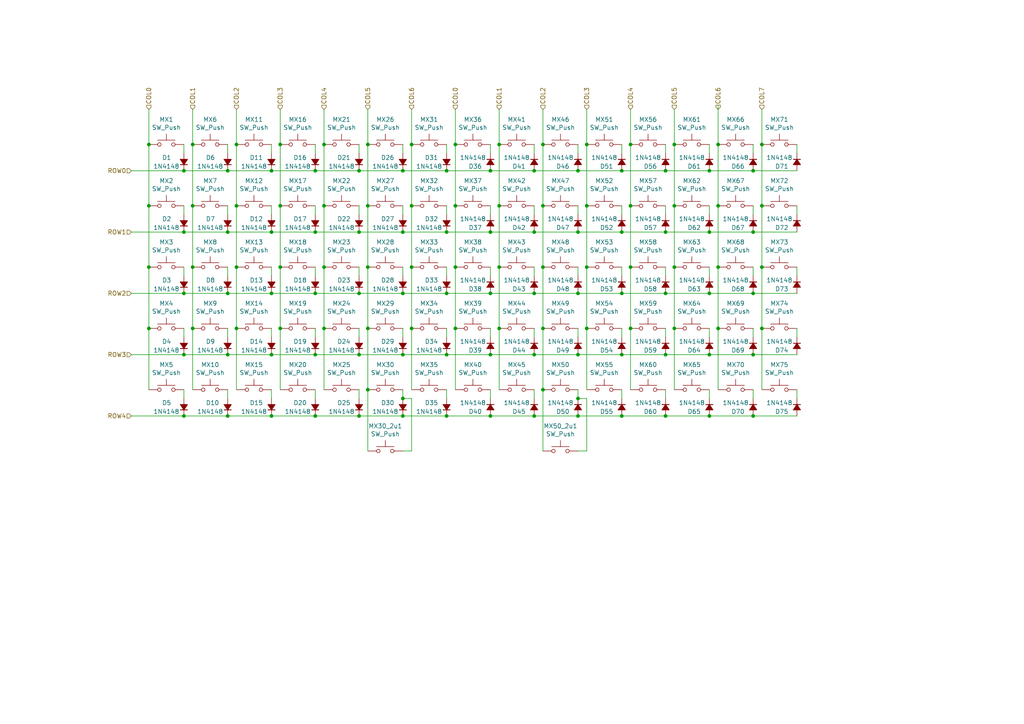
<source format=kicad_sch>
(kicad_sch (version 20250114) (generator "eeschema") (generator_version "9.0")
  (paper "A4")
  (junction (at 157.48 113.03))
  (junction (at 144.78 95.25))
  (junction (at 104.14 102.87))
  (junction (at 68.58 95.25))
  (junction (at 154.94 85.09))
  (junction (at 91.44 67.31))
  (junction (at 93.98 95.25))
  (junction (at 53.34 102.87))
  (junction (at 53.34 67.31))
  (junction (at 132.08 95.25))
  (junction (at 93.98 77.47))
  (junction (at 81.28 95.25))
  (junction (at 68.58 77.47))
  (junction (at 68.58 41.91))
  (junction (at 91.44 120.65))
  (junction (at 205.74 120.65))
  (junction (at 182.88 59.69))
  (junction (at 170.18 95.25))
  (junction (at 218.44 85.09))
  (junction (at 218.44 120.65))
  (junction (at 157.48 59.69))
  (junction (at 116.84 49.53))
  (junction (at 170.18 41.91))
  (junction (at 78.74 120.65))
  (junction (at 66.04 85.09))
  (junction (at 180.34 120.65))
  (junction (at 116.84 102.87))
  (junction (at 55.88 95.25))
  (junction (at 167.64 115.57))
  (junction (at 157.48 95.25))
  (junction (at 154.94 120.65))
  (junction (at 93.98 41.91))
  (junction (at 104.14 120.65))
  (junction (at 195.58 59.69))
  (junction (at 106.68 59.69))
  (junction (at 154.94 67.31))
  (junction (at 116.84 120.65))
  (junction (at 129.54 120.65))
  (junction (at 66.04 49.53))
  (junction (at 170.18 77.47))
  (junction (at 78.74 85.09))
  (junction (at 205.74 102.87))
  (junction (at 220.98 41.91))
  (junction (at 193.04 67.31))
  (junction (at 93.98 59.69))
  (junction (at 205.74 49.53))
  (junction (at 167.64 120.65))
  (junction (at 218.44 102.87))
  (junction (at 167.64 102.87))
  (junction (at 180.34 102.87))
  (junction (at 193.04 49.53))
  (junction (at 182.88 77.47))
  (junction (at 129.54 49.53))
  (junction (at 106.68 95.25))
  (junction (at 157.48 41.91))
  (junction (at 66.04 120.65))
  (junction (at 55.88 41.91))
  (junction (at 144.78 59.69))
  (junction (at 129.54 85.09))
  (junction (at 220.98 59.69))
  (junction (at 208.28 95.25))
  (junction (at 208.28 59.69))
  (junction (at 104.14 85.09))
  (junction (at 53.34 85.09))
  (junction (at 66.04 102.87))
  (junction (at 55.88 59.69))
  (junction (at 157.48 77.47))
  (junction (at 167.64 85.09))
  (junction (at 182.88 95.25))
  (junction (at 144.78 41.91))
  (junction (at 208.28 41.91))
  (junction (at 205.74 85.09))
  (junction (at 132.08 41.91))
  (junction (at 170.18 59.69))
  (junction (at 180.34 49.53))
  (junction (at 78.74 49.53))
  (junction (at 55.88 77.47))
  (junction (at 144.78 77.47))
  (junction (at 193.04 85.09))
  (junction (at 106.68 77.47))
  (junction (at 182.88 41.91))
  (junction (at 195.58 95.25))
  (junction (at 193.04 120.65))
  (junction (at 154.94 102.87))
  (junction (at 116.84 115.57))
  (junction (at 132.08 59.69))
  (junction (at 81.28 77.47))
  (junction (at 116.84 67.31))
  (junction (at 66.04 67.31))
  (junction (at 193.04 102.87))
  (junction (at 81.28 59.69))
  (junction (at 91.44 85.09))
  (junction (at 53.34 120.65))
  (junction (at 119.38 95.25))
  (junction (at 106.68 113.03))
  (junction (at 68.58 59.69))
  (junction (at 208.28 77.47))
  (junction (at 220.98 95.25))
  (junction (at 91.44 102.87))
  (junction (at 180.34 85.09))
  (junction (at 167.64 67.31))
  (junction (at 104.14 49.53))
  (junction (at 91.44 49.53))
  (junction (at 195.58 77.47))
  (junction (at 132.08 77.47))
  (junction (at 78.74 102.87))
  (junction (at 106.68 41.91))
  (junction (at 78.74 67.31))
  (junction (at 218.44 49.53))
  (junction (at 218.44 67.31))
  (junction (at 195.58 41.91))
  (junction (at 142.24 49.53))
  (junction (at 142.24 85.09))
  (junction (at 81.28 41.91))
  (junction (at 129.54 67.31))
  (junction (at 129.54 102.87))
  (junction (at 43.18 59.69))
  (junction (at 167.64 49.53))
  (junction (at 43.18 77.47))
  (junction (at 119.38 59.69))
  (junction (at 154.94 49.53))
  (junction (at 180.34 67.31))
  (junction (at 142.24 67.31))
  (junction (at 116.84 85.09))
  (junction (at 142.24 120.65))
  (junction (at 119.38 77.47))
  (junction (at 119.38 41.91))
  (junction (at 205.74 67.31))
  (junction (at 53.34 49.53))
  (junction (at 43.18 41.91))
  (junction (at 142.24 102.87))
  (junction (at 104.14 67.31))
  (junction (at 43.18 95.25))
  (junction (at 220.98 77.47))
  (wire (pts (xy 167.64 120.65) (xy 180.34 120.65)))
  (wire (pts (xy 91.44 102.87) (xy 104.14 102.87)))
  (wire (pts (xy 106.68 77.47) (xy 106.68 95.25)))
  (wire (pts (xy 231.14 77.47) (xy 231.14 80.01)))
  (wire (pts (xy 53.34 67.31) (xy 66.04 67.31)))
  (wire (pts (xy 218.44 59.69) (xy 218.44 62.23)))
  (wire (pts (xy 193.04 95.25) (xy 193.04 97.79)))
  (wire (pts (xy 180.34 49.53) (xy 193.04 49.53)))
  (wire (pts (xy 91.44 49.53) (xy 104.14 49.53)))
  (wire (pts (xy 68.58 31.75) (xy 68.58 41.91)))
  (wire (pts (xy 119.38 95.25) (xy 119.38 113.03)))
  (wire (pts (xy 157.48 41.91) (xy 157.48 59.69)))
  (wire (pts (xy 193.04 102.87) (xy 205.74 102.87)))
  (wire (pts (xy 38.1 67.31) (xy 53.34 67.31)))
  (wire (pts (xy 205.74 85.09) (xy 218.44 85.09)))
  (wire (pts (xy 218.44 120.65) (xy 231.14 120.65)))
  (wire (pts (xy 154.94 67.31) (xy 167.64 67.31)))
  (wire (pts (xy 205.74 49.53) (xy 218.44 49.53)))
  (wire (pts (xy 129.54 41.91) (xy 129.54 44.45)))
  (wire (pts (xy 144.78 31.75) (xy 144.78 41.91)))
  (wire (pts (xy 142.24 113.03) (xy 142.24 115.57)))
  (wire (pts (xy 218.44 85.09) (xy 231.14 85.09)))
  (wire (pts (xy 167.64 77.47) (xy 167.64 80.01)))
  (wire (pts (xy 66.04 85.09) (xy 78.74 85.09)))
  (wire (pts (xy 208.28 59.69) (xy 208.28 41.91)))
  (wire (pts (xy 116.84 120.65) (xy 129.54 120.65)))
  (wire (pts (xy 53.34 95.25) (xy 53.34 97.79)))
  (wire (pts (xy 106.68 95.25) (xy 106.68 113.03)))
  (wire (pts (xy 154.94 95.25) (xy 154.94 97.79)))
  (wire (pts (xy 78.74 102.87) (xy 91.44 102.87)))
  (wire (pts (xy 170.18 31.75) (xy 170.18 41.91)))
  (wire (pts (xy 53.34 113.03) (xy 53.34 115.57)))
  (wire (pts (xy 106.68 59.69) (xy 106.68 41.91)))
  (wire (pts (xy 55.88 77.47) (xy 55.88 95.25)))
  (wire (pts (xy 66.04 120.65) (xy 78.74 120.65)))
  (wire (pts (xy 53.34 41.91) (xy 53.34 44.45)))
  (wire (pts (xy 218.44 77.47) (xy 218.44 80.01)))
  (wire (pts (xy 129.54 49.53) (xy 142.24 49.53)))
  (wire (pts (xy 205.74 120.65) (xy 218.44 120.65)))
  (wire (pts (xy 43.18 31.75) (xy 43.18 41.91)))
  (wire (pts (xy 195.58 31.75) (xy 195.58 41.91)))
  (wire (pts (xy 180.34 113.03) (xy 180.34 115.57)))
  (wire (pts (xy 208.28 77.47) (xy 208.28 59.69)))
  (wire (pts (xy 195.58 59.69) (xy 195.58 41.91)))
  (wire (pts (xy 78.74 49.53) (xy 91.44 49.53)))
  (wire (pts (xy 104.14 59.69) (xy 104.14 62.23)))
  (wire (pts (xy 231.14 59.69) (xy 231.14 62.23)))
  (wire (pts (xy 116.84 85.09) (xy 129.54 85.09)))
  (wire (pts (xy 104.14 120.65) (xy 116.84 120.65)))
  (wire (pts (xy 231.14 95.25) (xy 231.14 97.79)))
  (wire (pts (xy 144.78 95.25) (xy 144.78 113.03)))
  (wire (pts (xy 180.34 41.91) (xy 180.34 44.45)))
  (wire (pts (xy 116.84 67.31) (xy 129.54 67.31)))
  (wire (pts (xy 167.64 85.09) (xy 180.34 85.09)))
  (wire (pts (xy 231.14 113.03) (xy 231.14 115.57)))
  (wire (pts (xy 81.28 77.47) (xy 81.28 95.25)))
  (wire (pts (xy 142.24 102.87) (xy 154.94 102.87)))
  (wire (pts (xy 205.74 59.69) (xy 205.74 62.23)))
  (wire (pts (xy 78.74 41.91) (xy 78.74 44.45)))
  (wire (pts (xy 116.84 49.53) (xy 129.54 49.53)))
  (wire (pts (xy 116.84 41.91) (xy 116.84 44.45)))
  (wire (pts (xy 182.88 59.69) (xy 182.88 41.91)))
  (wire (pts (xy 167.64 102.87) (xy 180.34 102.87)))
  (wire (pts (xy 129.54 85.09) (xy 142.24 85.09)))
  (wire (pts (xy 132.08 77.47) (xy 132.08 59.69)))
  (wire (pts (xy 55.88 95.25) (xy 55.88 113.03)))
  (wire (pts (xy 66.04 77.47) (xy 66.04 80.01)))
  (wire (pts (xy 220.98 77.47) (xy 220.98 59.69)))
  (wire (pts (xy 142.24 49.53) (xy 154.94 49.53)))
  (wire (pts (xy 93.98 77.47) (xy 93.98 59.69)))
  (wire (pts (xy 78.74 85.09) (xy 91.44 85.09)))
  (wire (pts (xy 157.48 95.25) (xy 157.48 113.03)))
  (wire (pts (xy 104.14 67.31) (xy 116.84 67.31)))
  (wire (pts (xy 154.94 49.53) (xy 167.64 49.53)))
  (wire (pts (xy 170.18 95.25) (xy 170.18 113.03)))
  (wire (pts (xy 43.18 77.47) (xy 43.18 95.25)))
  (wire (pts (xy 167.64 113.03) (xy 167.64 115.57)))
  (wire (pts (xy 208.28 95.25) (xy 208.28 113.03)))
  (wire (pts (xy 66.04 41.91) (xy 66.04 44.45)))
  (wire (pts (xy 55.88 77.47) (xy 55.88 59.69)))
  (wire (pts (xy 132.08 95.25) (xy 132.08 113.03)))
  (wire (pts (xy 116.84 130.81) (xy 119.38 130.81)))
  (wire (pts (xy 119.38 77.47) (xy 119.38 95.25)))
  (wire (pts (xy 38.1 120.65) (xy 53.34 120.65)))
  (wire (pts (xy 193.04 120.65) (xy 205.74 120.65)))
  (wire (pts (xy 53.34 102.87) (xy 66.04 102.87)))
  (wire (pts (xy 142.24 85.09) (xy 154.94 85.09)))
  (wire (pts (xy 154.94 113.03) (xy 154.94 115.57)))
  (wire (pts (xy 38.1 102.87) (xy 53.34 102.87)))
  (wire (pts (xy 205.74 95.25) (xy 205.74 97.79)))
  (wire (pts (xy 157.48 113.03) (xy 157.48 130.81)))
  (wire (pts (xy 104.14 49.53) (xy 116.84 49.53)))
  (wire (pts (xy 68.58 77.47) (xy 68.58 95.25)))
  (wire (pts (xy 180.34 77.47) (xy 180.34 80.01)))
  (wire (pts (xy 119.38 77.47) (xy 119.38 59.69)))
  (wire (pts (xy 208.28 30.48) (xy 208.28 41.91)))
  (wire (pts (xy 218.44 102.87) (xy 231.14 102.87)))
  (wire (pts (xy 193.04 41.91) (xy 193.04 44.45)))
  (wire (pts (xy 106.68 77.47) (xy 106.68 59.69)))
  (wire (pts (xy 68.58 41.91) (xy 68.58 59.69)))
  (wire (pts (xy 119.38 130.81) (xy 119.38 115.57)))
  (wire (pts (xy 170.18 77.47) (xy 170.18 95.25)))
  (wire (pts (xy 43.18 77.47) (xy 43.18 59.69)))
  (wire (pts (xy 38.1 85.09) (xy 53.34 85.09)))
  (wire (pts (xy 104.14 95.25) (xy 104.14 97.79)))
  (wire (pts (xy 154.94 77.47) (xy 154.94 80.01)))
  (wire (pts (xy 144.78 59.69) (xy 144.78 77.47)))
  (wire (pts (xy 116.84 95.25) (xy 116.84 97.79)))
  (wire (pts (xy 81.28 77.47) (xy 81.28 59.69)))
  (wire (pts (xy 144.78 41.91) (xy 144.78 59.69)))
  (wire (pts (xy 142.24 59.69) (xy 142.24 62.23)))
  (wire (pts (xy 78.74 113.03) (xy 78.74 115.57)))
  (wire (pts (xy 38.1 49.53) (xy 53.34 49.53)))
  (wire (pts (xy 142.24 120.65) (xy 154.94 120.65)))
  (wire (pts (xy 93.98 95.25) (xy 93.98 113.03)))
  (wire (pts (xy 129.54 113.03) (xy 129.54 115.57)))
  (wire (pts (xy 154.94 59.69) (xy 154.94 62.23)))
  (wire (pts (xy 154.94 120.65) (xy 167.64 120.65)))
  (wire (pts (xy 93.98 31.75) (xy 93.98 41.91)))
  (wire (pts (xy 142.24 41.91) (xy 142.24 44.45)))
  (wire (pts (xy 220.98 77.47) (xy 220.98 95.25)))
  (wire (pts (xy 53.34 85.09) (xy 66.04 85.09)))
  (wire (pts (xy 106.68 31.75) (xy 106.68 41.91)))
  (wire (pts (xy 144.78 77.47) (xy 144.78 95.25)))
  (wire (pts (xy 91.44 77.47) (xy 91.44 80.01)))
  (wire (pts (xy 182.88 95.25) (xy 182.88 113.03)))
  (wire (pts (xy 170.18 59.69) (xy 170.18 41.91)))
  (wire (pts (xy 66.04 102.87) (xy 78.74 102.87)))
  (wire (pts (xy 142.24 77.47) (xy 142.24 80.01)))
  (wire (pts (xy 116.84 113.03) (xy 116.84 115.57)))
  (wire (pts (xy 91.44 95.25) (xy 91.44 97.79)))
  (wire (pts (xy 116.84 59.69) (xy 116.84 62.23)))
  (wire (pts (xy 218.44 95.25) (xy 218.44 97.79)))
  (wire (pts (xy 91.44 59.69) (xy 91.44 62.23)))
  (wire (pts (xy 53.34 120.65) (xy 66.04 120.65)))
  (wire (pts (xy 182.88 31.75) (xy 182.88 41.91)))
  (wire (pts (xy 205.74 41.91) (xy 205.74 44.45)))
  (wire (pts (xy 104.14 41.91) (xy 104.14 44.45)))
  (wire (pts (xy 68.58 95.25) (xy 68.58 113.03)))
  (wire (pts (xy 193.04 113.03) (xy 193.04 115.57)))
  (wire (pts (xy 180.34 85.09) (xy 193.04 85.09)))
  (wire (pts (xy 205.74 102.87) (xy 218.44 102.87)))
  (wire (pts (xy 157.48 59.69) (xy 157.48 77.47)))
  (wire (pts (xy 91.44 120.65) (xy 104.14 120.65)))
  (wire (pts (xy 66.04 95.25) (xy 66.04 97.79)))
  (wire (pts (xy 66.04 49.53) (xy 78.74 49.53)))
  (wire (pts (xy 91.44 41.91) (xy 91.44 44.45)))
  (wire (pts (xy 53.34 49.53) (xy 66.04 49.53)))
  (wire (pts (xy 154.94 85.09) (xy 167.64 85.09)))
  (wire (pts (xy 193.04 59.69) (xy 193.04 62.23)))
  (wire (pts (xy 167.64 49.53) (xy 180.34 49.53)))
  (wire (pts (xy 91.44 67.31) (xy 104.14 67.31)))
  (wire (pts (xy 170.18 115.57) (xy 167.64 115.57)))
  (wire (pts (xy 78.74 95.25) (xy 78.74 97.79)))
  (wire (pts (xy 81.28 59.69) (xy 81.28 41.91)))
  (wire (pts (xy 182.88 77.47) (xy 182.88 95.25)))
  (wire (pts (xy 116.84 115.57) (xy 119.38 115.57)))
  (wire (pts (xy 170.18 77.47) (xy 170.18 59.69)))
  (wire (pts (xy 81.28 95.25) (xy 81.28 113.03)))
  (wire (pts (xy 129.54 95.25) (xy 129.54 97.79)))
  (wire (pts (xy 68.58 77.47) (xy 68.58 59.69)))
  (wire (pts (xy 193.04 67.31) (xy 205.74 67.31)))
  (wire (pts (xy 142.24 95.25) (xy 142.24 97.79)))
  (wire (pts (xy 66.04 67.31) (xy 78.74 67.31)))
  (wire (pts (xy 180.34 67.31) (xy 193.04 67.31)))
  (wire (pts (xy 167.64 41.91) (xy 167.64 44.45)))
  (wire (pts (xy 180.34 102.87) (xy 193.04 102.87)))
  (wire (pts (xy 205.74 113.03) (xy 205.74 115.57)))
  (wire (pts (xy 193.04 85.09) (xy 205.74 85.09)))
  (wire (pts (xy 78.74 120.65) (xy 91.44 120.65)))
  (wire (pts (xy 132.08 77.47) (xy 132.08 95.25)))
  (wire (pts (xy 154.94 102.87) (xy 167.64 102.87)))
  (wire (pts (xy 205.74 77.47) (xy 205.74 80.01)))
  (wire (pts (xy 104.14 102.87) (xy 116.84 102.87)))
  (wire (pts (xy 106.68 113.03) (xy 106.68 130.81)))
  (wire (pts (xy 218.44 67.31) (xy 231.14 67.31)))
  (wire (pts (xy 93.98 77.47) (xy 93.98 95.25)))
  (wire (pts (xy 193.04 77.47) (xy 193.04 80.01)))
  (wire (pts (xy 66.04 59.69) (xy 66.04 62.23)))
  (wire (pts (xy 167.64 59.69) (xy 167.64 62.23)))
  (wire (pts (xy 208.28 77.47) (xy 208.28 95.25)))
  (wire (pts (xy 195.58 77.47) (xy 195.58 95.25)))
  (wire (pts (xy 218.44 113.03) (xy 218.44 115.57)))
  (wire (pts (xy 116.84 102.87) (xy 129.54 102.87)))
  (wire (pts (xy 53.34 77.47) (xy 53.34 80.01)))
  (wire (pts (xy 167.64 95.25) (xy 167.64 97.79)))
  (wire (pts (xy 231.14 41.91) (xy 231.14 44.45)))
  (wire (pts (xy 132.08 31.75) (xy 132.08 41.91)))
  (wire (pts (xy 180.34 59.69) (xy 180.34 62.23)))
  (wire (pts (xy 220.98 59.69) (xy 220.98 41.91)))
  (wire (pts (xy 104.14 77.47) (xy 104.14 80.01)))
  (wire (pts (xy 170.18 130.81) (xy 170.18 115.57)))
  (wire (pts (xy 218.44 41.91) (xy 218.44 44.45)))
  (wire (pts (xy 129.54 120.65) (xy 142.24 120.65)))
  (wire (pts (xy 205.74 67.31) (xy 218.44 67.31)))
  (wire (pts (xy 157.48 31.75) (xy 157.48 41.91)))
  (wire (pts (xy 78.74 67.31) (xy 91.44 67.31)))
  (wire (pts (xy 78.74 59.69) (xy 78.74 62.23)))
  (wire (pts (xy 129.54 59.69) (xy 129.54 62.23)))
  (wire (pts (xy 167.64 130.81) (xy 170.18 130.81)))
  (wire (pts (xy 154.94 41.91) (xy 154.94 44.45)))
  (wire (pts (xy 220.98 95.25) (xy 220.98 113.03)))
  (wire (pts (xy 182.88 77.47) (xy 182.88 59.69)))
  (wire (pts (xy 129.54 77.47) (xy 129.54 80.01)))
  (wire (pts (xy 93.98 59.69) (xy 93.98 41.91)))
  (wire (pts (xy 91.44 85.09) (xy 104.14 85.09)))
  (wire (pts (xy 180.34 120.65) (xy 193.04 120.65)))
  (wire (pts (xy 53.34 59.69) (xy 53.34 62.23)))
  (wire (pts (xy 66.04 113.03) (xy 66.04 115.57)))
  (wire (pts (xy 116.84 77.47) (xy 116.84 80.01)))
  (wire (pts (xy 78.74 77.47) (xy 78.74 80.01)))
  (wire (pts (xy 55.88 59.69) (xy 55.88 41.91)))
  (wire (pts (xy 129.54 67.31) (xy 142.24 67.31)))
  (wire (pts (xy 193.04 49.53) (xy 205.74 49.53)))
  (wire (pts (xy 104.14 85.09) (xy 116.84 85.09)))
  (wire (pts (xy 180.34 95.25) (xy 180.34 97.79)))
  (wire (pts (xy 119.38 31.75) (xy 119.38 41.91)))
  (wire (pts (xy 129.54 102.87) (xy 142.24 102.87)))
  (wire (pts (xy 218.44 49.53) (xy 231.14 49.53)))
  (wire (pts (xy 220.98 31.75) (xy 220.98 41.91)))
  (wire (pts (xy 43.18 95.25) (xy 43.18 113.03)))
  (wire (pts (xy 195.58 95.25) (xy 195.58 113.03)))
  (wire (pts (xy 55.88 31.75) (xy 55.88 41.91)))
  (wire (pts (xy 91.44 113.03) (xy 91.44 115.57)))
  (wire (pts (xy 142.24 67.31) (xy 154.94 67.31)))
  (wire (pts (xy 167.64 67.31) (xy 180.34 67.31)))
  (wire (pts (xy 157.48 77.47) (xy 157.48 95.25)))
  (wire (pts (xy 119.38 59.69) (xy 119.38 41.91)))
  (wire (pts (xy 104.14 113.03) (xy 104.14 115.57)))
  (wire (pts (xy 43.18 59.69) (xy 43.18 41.91)))
  (wire (pts (xy 132.08 41.91) (xy 132.08 59.69)))
  (wire (pts (xy 195.58 77.47) (xy 195.58 59.69)))
  (wire (pts (xy 81.28 31.75) (xy 81.28 41.91)))
  (hierarchical_label "COL5" (shape input) (at 106.68 31.75 90))
  (hierarchical_label "COL2" (shape input) (at 68.58 31.75 90))
  (hierarchical_label "COL3" (shape input) (at 81.28 31.75 90))
  (hierarchical_label "ROW3" (shape input) (at 38.1 102.87 180))
  (hierarchical_label "COL0" (shape input) (at 132.08 31.75 90))
  (hierarchical_label "COL2" (shape input) (at 157.48 31.75 90))
  (hierarchical_label "ROW2" (shape input) (at 38.1 85.09 180))
  (hierarchical_label "ROW0" (shape input) (at 38.1 49.53 180))
  (hierarchical_label "COL3" (shape input) (at 170.18 31.75 90))
  (hierarchical_label "COL4" (shape input) (at 182.88 31.75 90))
  (hierarchical_label "COL1" (shape input) (at 55.88 31.75 90))
  (hierarchical_label "COL6" (shape input) (at 119.38 31.75 90))
  (hierarchical_label "COL4" (shape input) (at 93.98 31.75 90))
  (hierarchical_label "ROW1" (shape input) (at 38.1 67.31 180))
  (hierarchical_label "COL0" (shape input) (at 43.18 31.75 90))
  (hierarchical_label "COL6" (shape input) (at 208.28 31.75 90))
  (hierarchical_label "COL7" (shape input) (at 220.98 31.75 90))
  (hierarchical_label "COL5" (shape input) (at 195.58 31.75 90))
  (hierarchical_label "COL1" (shape input) (at 144.78 31.75 90))
  (hierarchical_label "ROW4" (shape input) (at 38.1 120.65 180))
  (symbol (lib_id "Switch:SW_Push") (at 86.36 77.47 0) (mirror y) (unit 1)
    (property "Reference" "MX18" (at 86.36 70.231 0))
    (property "Value" "SW_Push" (at 86.36 72.5424 0))
    (property "Footprint" "Orthgyle:MX" (effects (hide yes)))
  )
  (symbol (lib_id "Device:D_Small_Filled") (at 129.54 64.77 270) (mirror x) (unit 1)
    (property "Reference" "D32" (at 123.19 63.5 90) (effects (justify left)))
    (property "Value" "1N4148" (at 120.65 66.04 90) (effects (justify left)))
    (property "Footprint" "Diode_THT:D_DO-35_SOD27_P7.62mm_Horizontal" (effects (hide yes)))
    (property "Description" "Diode, small symbol, filled shape" (effects (hide yes)))
    (property "Sim.Device" "D" (effects (hide yes)))
    (property "Sim.Pins" "1=K 2=A" (effects (hide yes)))
  )
  (symbol (lib_id "Switch:SW_Push") (at 149.86 41.91 0) (mirror y) (unit 1)
    (property "Reference" "MX41" (at 149.86 34.671 0))
    (property "Value" "SW_Push" (at 149.86 36.9824 0))
    (property "Footprint" "Orthgyle:MX" (effects (hide yes)))
  )
  (symbol (lib_id "Device:D_Small_Filled") (at 78.74 64.77 270) (mirror x) (unit 1)
    (property "Reference" "D12" (at 72.39 63.5 90) (effects (justify left)))
    (property "Value" "1N4148" (at 69.85 66.04 90) (effects (justify left)))
    (property "Footprint" "Diode_THT:D_DO-35_SOD27_P7.62mm_Horizontal" (effects (hide yes)))
    (property "Description" "Diode, small symbol, filled shape" (effects (hide yes)))
    (property "Sim.Device" "D" (effects (hide yes)))
    (property "Sim.Pins" "1=K 2=A" (effects (hide yes)))
  )
  (symbol (lib_id "Switch:SW_Push") (at 111.76 77.47 0) (mirror y) (unit 1)
    (property "Reference" "MX28" (at 111.76 70.231 0))
    (property "Value" "SW_Push" (at 111.76 72.5424 0))
    (property "Footprint" "Orthgyle:MX" (effects (hide yes)))
  )
  (symbol (lib_id "Device:D_Small_Filled") (at 205.74 118.11 270) (unit 1)
    (property "Reference" "D65" (at 199.39 119.38 90) (effects (justify left)))
    (property "Value" "1N4148" (at 196.85 116.84 90) (effects (justify left)))
    (property "Footprint" "Diode_THT:D_DO-35_SOD27_P7.62mm_Horizontal" (effects (hide yes)))
    (property "Description" "Diode, small symbol, filled shape" (effects (hide yes)))
    (property "Sim.Device" "D" (effects (hide yes)))
    (property "Sim.Pins" "1=K 2=A" (effects (hide yes)))
  )
  (symbol (lib_id "Device:D_Small_Filled") (at 116.84 64.77 270) (mirror x) (unit 1)
    (property "Reference" "D27" (at 110.49 63.5 90) (effects (justify left)))
    (property "Value" "1N4148" (at 107.95 66.04 90) (effects (justify left)))
    (property "Footprint" "Diode_THT:D_DO-35_SOD27_P7.62mm_Horizontal" (effects (hide yes)))
    (property "Description" "Diode, small symbol, filled shape" (effects (hide yes)))
    (property "Sim.Device" "D" (effects (hide yes)))
    (property "Sim.Pins" "1=K 2=A" (effects (hide yes)))
  )
  (symbol (lib_id "Switch:SW_Push") (at 162.56 130.81 0) (mirror y) (unit 1)
    (property "Reference" "MX50_2u1" (at 162.56 123.571 0))
    (property "Value" "SW_Push" (at 162.56 125.8824 0))
    (property "Footprint" "Orthgyle:MX_PCB_200H" (effects (hide yes)))
  )
  (symbol (lib_id "Device:D_Small_Filled") (at 142.24 64.77 270) (unit 1)
    (property "Reference" "D37" (at 135.89 66.04 90) (effects (justify left)))
    (property "Value" "1N4148" (at 133.35 63.5 90) (effects (justify left)))
    (property "Footprint" "Diode_THT:D_DO-35_SOD27_P7.62mm_Horizontal" (effects (hide yes)))
    (property "Description" "Diode, small symbol, filled shape" (effects (hide yes)))
    (property "Sim.Device" "D" (effects (hide yes)))
    (property "Sim.Pins" "1=K 2=A" (effects (hide yes)))
  )
  (symbol (lib_id "Device:D_Small_Filled") (at 205.74 82.55 270) (unit 1)
    (property "Reference" "D63" (at 199.39 83.82 90) (effects (justify left)))
    (property "Value" "1N4148" (at 196.85 81.28 90) (effects (justify left)))
    (property "Footprint" "Diode_THT:D_DO-35_SOD27_P7.62mm_Horizontal" (effects (hide yes)))
    (property "Description" "Diode, small symbol, filled shape" (effects (hide yes)))
    (property "Sim.Device" "D" (effects (hide yes)))
    (property "Sim.Pins" "1=K 2=A" (effects (hide yes)))
  )
  (symbol (lib_id "Device:D_Small_Filled") (at 78.74 100.33 270) (mirror x) (unit 1)
    (property "Reference" "D14" (at 72.39 99.06 90) (effects (justify left)))
    (property "Value" "1N4148" (at 69.85 101.6 90) (effects (justify left)))
    (property "Footprint" "Diode_THT:D_DO-35_SOD27_P7.62mm_Horizontal" (effects (hide yes)))
    (property "Description" "Diode, small symbol, filled shape" (effects (hide yes)))
    (property "Sim.Device" "D" (effects (hide yes)))
    (property "Sim.Pins" "1=K 2=A" (effects (hide yes)))
  )
  (symbol (lib_id "Device:D_Small_Filled") (at 231.14 82.55 270) (unit 1)
    (property "Reference" "D73" (at 224.79 83.82 90) (effects (justify left)))
    (property "Value" "1N4148" (at 222.25 81.28 90) (effects (justify left)))
    (property "Footprint" "Diode_THT:D_DO-35_SOD27_P7.62mm_Horizontal" (effects (hide yes)))
    (property "Description" "Diode, small symbol, filled shape" (effects (hide yes)))
    (property "Sim.Device" "D" (effects (hide yes)))
    (property "Sim.Pins" "1=K 2=A" (effects (hide yes)))
  )
  (symbol (lib_id "Device:D_Small_Filled") (at 180.34 46.99 270) (unit 1)
    (property "Reference" "D51" (at 173.99 48.26 90) (effects (justify left)))
    (property "Value" "1N4148" (at 171.45 45.72 90) (effects (justify left)))
    (property "Footprint" "Diode_THT:D_DO-35_SOD27_P7.62mm_Horizontal" (effects (hide yes)))
    (property "Description" "Diode, small symbol, filled shape" (effects (hide yes)))
    (property "Sim.Device" "D" (effects (hide yes)))
    (property "Sim.Pins" "1=K 2=A" (effects (hide yes)))
  )
  (symbol (lib_id "Switch:SW_Push") (at 111.76 130.81 0) (mirror y) (unit 1)
    (property "Reference" "MX30_2u1" (at 111.76 123.571 0))
    (property "Value" "SW_Push" (at 111.76 125.8824 0))
    (property "Footprint" "Orthgyle:MX_PCB_200H" (effects (hide yes)))
  )
  (symbol (lib_id "Device:D_Small_Filled") (at 91.44 100.33 270) (mirror x) (unit 1)
    (property "Reference" "D19" (at 85.09 99.06 90) (effects (justify left)))
    (property "Value" "1N4148" (at 82.55 101.6 90) (effects (justify left)))
    (property "Footprint" "Diode_THT:D_DO-35_SOD27_P7.62mm_Horizontal" (effects (hide yes)))
    (property "Description" "Diode, small symbol, filled shape" (effects (hide yes)))
    (property "Sim.Device" "D" (effects (hide yes)))
    (property "Sim.Pins" "1=K 2=A" (effects (hide yes)))
  )
  (symbol (lib_id "Switch:SW_Push") (at 48.26 113.03 0) (mirror y) (unit 1)
    (property "Reference" "MX5" (at 48.26 105.791 0))
    (property "Value" "SW_Push" (at 48.26 108.1024 0))
    (property "Footprint" "Orthgyle:MX" (effects (hide yes)))
  )
  (symbol (lib_id "Device:D_Small_Filled") (at 78.74 118.11 270) (mirror x) (unit 1)
    (property "Reference" "D15" (at 72.39 116.84 90) (effects (justify left)))
    (property "Value" "1N4148" (at 69.85 119.38 90) (effects (justify left)))
    (property "Footprint" "Diode_THT:D_DO-35_SOD27_P7.62mm_Horizontal" (effects (hide yes)))
    (property "Description" "Diode, small symbol, filled shape" (effects (hide yes)))
    (property "Sim.Device" "D" (effects (hide yes)))
    (property "Sim.Pins" "1=K 2=A" (effects (hide yes)))
  )
  (symbol (lib_id "Switch:SW_Push") (at 73.66 95.25 0) (mirror y) (unit 1)
    (property "Reference" "MX14" (at 73.66 88.011 0))
    (property "Value" "SW_Push" (at 73.66 90.3224 0))
    (property "Footprint" "Orthgyle:MX" (effects (hide yes)))
  )
  (symbol (lib_id "Device:D_Small_Filled") (at 116.84 118.11 270) (mirror x) (unit 1)
    (property "Reference" "D30" (at 110.49 116.84 90) (effects (justify left)))
    (property "Value" "1N4148" (at 107.95 119.38 90) (effects (justify left)))
    (property "Footprint" "Diode_THT:D_DO-35_SOD27_P7.62mm_Horizontal" (effects (hide yes)))
    (property "Description" "Diode, small symbol, filled shape" (effects (hide yes)))
    (property "Sim.Device" "D" (effects (hide yes)))
    (property "Sim.Pins" "1=K 2=A" (effects (hide yes)))
  )
  (symbol (lib_id "Switch:SW_Push") (at 137.16 95.25 0) (mirror y) (unit 1)
    (property "Reference" "MX39" (at 137.16 88.011 0))
    (property "Value" "SW_Push" (at 137.16 90.3224 0))
    (property "Footprint" "Orthgyle:MX" (effects (hide yes)))
  )
  (symbol (lib_id "Switch:SW_Push") (at 86.36 113.03 0) (mirror y) (unit 1)
    (property "Reference" "MX20" (at 86.36 105.791 0))
    (property "Value" "SW_Push" (at 86.36 108.1024 0))
    (property "Footprint" "Orthgyle:MX" (effects (hide yes)))
  )
  (symbol (lib_id "Switch:SW_Push") (at 124.46 113.03 0) (mirror y) (unit 1)
    (property "Reference" "MX35" (at 124.46 105.791 0))
    (property "Value" "SW_Push" (at 124.46 108.1024 0))
    (property "Footprint" "Orthgyle:MX" (effects (hide yes)))
  )
  (symbol (lib_id "Switch:SW_Push") (at 73.66 77.47 0) (mirror y) (unit 1)
    (property "Reference" "MX13" (at 73.66 70.231 0))
    (property "Value" "SW_Push" (at 73.66 72.5424 0))
    (property "Footprint" "Orthgyle:MX" (effects (hide yes)))
  )
  (symbol (lib_id "Device:D_Small_Filled") (at 142.24 118.11 270) (unit 1)
    (property "Reference" "D40" (at 135.89 119.38 90) (effects (justify left)))
    (property "Value" "1N4148" (at 133.35 116.84 90) (effects (justify left)))
    (property "Footprint" "Diode_THT:D_DO-35_SOD27_P7.62mm_Horizontal" (effects (hide yes)))
    (property "Description" "Diode, small symbol, filled shape" (effects (hide yes)))
    (property "Sim.Device" "D" (effects (hide yes)))
    (property "Sim.Pins" "1=K 2=A" (effects (hide yes)))
  )
  (symbol (lib_id "Switch:SW_Push") (at 175.26 113.03 0) (mirror y) (unit 1)
    (property "Reference" "MX55" (at 175.26 105.791 0))
    (property "Value" "SW_Push" (at 175.26 108.1024 0))
    (property "Footprint" "Orthgyle:MX" (effects (hide yes)))
  )
  (symbol (lib_id "Switch:SW_Push") (at 124.46 95.25 0) (mirror y) (unit 1)
    (property "Reference" "MX34" (at 124.46 88.011 0))
    (property "Value" "SW_Push" (at 124.46 90.3224 0))
    (property "Footprint" "Orthgyle:MX" (effects (hide yes)))
  )
  (symbol (lib_id "Switch:SW_Push") (at 162.56 77.47 0) (mirror y) (unit 1)
    (property "Reference" "MX48" (at 162.56 70.231 0))
    (property "Value" "SW_Push" (at 162.56 72.5424 0))
    (property "Footprint" "Orthgyle:MX" (effects (hide yes)))
  )
  (symbol (lib_id "Switch:SW_Push") (at 99.06 113.03 0) (mirror y) (unit 1)
    (property "Reference" "MX25" (at 99.06 105.791 0))
    (property "Value" "SW_Push" (at 99.06 108.1024 0))
    (property "Footprint" "Orthgyle:MX" (effects (hide yes)))
  )
  (symbol (lib_id "Device:D_Small_Filled") (at 218.44 82.55 270) (unit 1)
    (property "Reference" "D68" (at 212.09 83.82 90) (effects (justify left)))
    (property "Value" "1N4148" (at 209.55 81.28 90) (effects (justify left)))
    (property "Footprint" "Diode_THT:D_DO-35_SOD27_P7.62mm_Horizontal" (effects (hide yes)))
    (property "Description" "Diode, small symbol, filled shape" (effects (hide yes)))
    (property "Sim.Device" "D" (effects (hide yes)))
    (property "Sim.Pins" "1=K 2=A" (effects (hide yes)))
  )
  (symbol (lib_id "Switch:SW_Push") (at 73.66 59.69 0) (mirror y) (unit 1)
    (property "Reference" "MX12" (at 73.66 52.451 0))
    (property "Value" "SW_Push" (at 73.66 54.7624 0))
    (property "Footprint" "Orthgyle:MX" (effects (hide yes)))
  )
  (symbol (lib_id "Switch:SW_Push") (at 86.36 41.91 0) (mirror y) (unit 1)
    (property "Reference" "MX16" (at 86.36 34.671 0))
    (property "Value" "SW_Push" (at 86.36 36.9824 0))
    (property "Footprint" "Orthgyle:MX" (effects (hide yes)))
  )
  (symbol (lib_id "Device:D_Small_Filled") (at 142.24 82.55 270) (unit 1)
    (property "Reference" "D38" (at 135.89 83.82 90) (effects (justify left)))
    (property "Value" "1N4148" (at 133.35 81.28 90) (effects (justify left)))
    (property "Footprint" "Diode_THT:D_DO-35_SOD27_P7.62mm_Horizontal" (effects (hide yes)))
    (property "Description" "Diode, small symbol, filled shape" (effects (hide yes)))
    (property "Sim.Device" "D" (effects (hide yes)))
    (property "Sim.Pins" "1=K 2=A" (effects (hide yes)))
  )
  (symbol (lib_id "Switch:SW_Push") (at 124.46 59.69 0) (mirror y) (unit 1)
    (property "Reference" "MX32" (at 124.46 52.451 0))
    (property "Value" "SW_Push" (at 124.46 54.7624 0))
    (property "Footprint" "Orthgyle:MX" (effects (hide yes)))
  )
  (symbol (lib_id "Device:D_Small_Filled") (at 104.14 46.99 270) (mirror x) (unit 1)
    (property "Reference" "D21" (at 97.79 45.72 90) (effects (justify left)))
    (property "Value" "1N4148" (at 95.25 48.26 90) (effects (justify left)))
    (property "Footprint" "Diode_THT:D_DO-35_SOD27_P7.62mm_Horizontal" (effects (hide yes)))
    (property "Description" "Diode, small symbol, filled shape" (effects (hide yes)))
    (property "Sim.Device" "D" (effects (hide yes)))
    (property "Sim.Pins" "1=K 2=A" (effects (hide yes)))
  )
  (symbol (lib_id "Device:D_Small_Filled") (at 66.04 82.55 270) (mirror x) (unit 1)
    (property "Reference" "D8" (at 59.69 81.28 90) (effects (justify left)))
    (property "Value" "1N4148" (at 57.15 83.82 90) (effects (justify left)))
    (property "Footprint" "Diode_THT:D_DO-35_SOD27_P7.62mm_Horizontal" (effects (hide yes)))
    (property "Description" "Diode, small symbol, filled shape" (effects (hide yes)))
    (property "Sim.Device" "D" (effects (hide yes)))
    (property "Sim.Pins" "1=K 2=A" (effects (hide yes)))
  )
  (symbol (lib_id "Device:D_Small_Filled") (at 205.74 46.99 270) (unit 1)
    (property "Reference" "D61" (at 199.39 48.26 90) (effects (justify left)))
    (property "Value" "1N4148" (at 196.85 45.72 90) (effects (justify left)))
    (property "Footprint" "Diode_THT:D_DO-35_SOD27_P7.62mm_Horizontal" (effects (hide yes)))
    (property "Description" "Diode, small symbol, filled shape" (effects (hide yes)))
    (property "Sim.Device" "D" (effects (hide yes)))
    (property "Sim.Pins" "1=K 2=A" (effects (hide yes)))
  )
  (symbol (lib_id "Switch:SW_Push") (at 137.16 113.03 0) (mirror y) (unit 1)
    (property "Reference" "MX40" (at 137.16 105.791 0))
    (property "Value" "SW_Push" (at 137.16 108.1024 0))
    (property "Footprint" "Orthgyle:MX_PCB_700H" (effects (hide yes)))
  )
  (symbol (lib_id "Device:D_Small_Filled") (at 167.64 82.55 270) (unit 1)
    (property "Reference" "D48" (at 161.29 83.82 90) (effects (justify left)))
    (property "Value" "1N4148" (at 158.75 81.28 90) (effects (justify left)))
    (property "Footprint" "Diode_THT:D_DO-35_SOD27_P7.62mm_Horizontal" (effects (hide yes)))
    (property "Description" "Diode, small symbol, filled shape" (effects (hide yes)))
    (property "Sim.Device" "D" (effects (hide yes)))
    (property "Sim.Pins" "1=K 2=A" (effects (hide yes)))
  )
  (symbol (lib_id "Switch:SW_Push") (at 162.56 59.69 0) (mirror y) (unit 1)
    (property "Reference" "MX47" (at 162.56 52.451 0))
    (property "Value" "SW_Push" (at 162.56 54.7624 0))
    (property "Footprint" "Orthgyle:MX" (effects (hide yes)))
  )
  (symbol (lib_id "Device:D_Small_Filled") (at 104.14 82.55 270) (mirror x) (unit 1)
    (property "Reference" "D23" (at 97.79 81.28 90) (effects (justify left)))
    (property "Value" "1N4148" (at 95.25 83.82 90) (effects (justify left)))
    (property "Footprint" "Diode_THT:D_DO-35_SOD27_P7.62mm_Horizontal" (effects (hide yes)))
    (property "Description" "Diode, small symbol, filled shape" (effects (hide yes)))
    (property "Sim.Device" "D" (effects (hide yes)))
    (property "Sim.Pins" "1=K 2=A" (effects (hide yes)))
  )
  (symbol (lib_id "Device:D_Small_Filled") (at 129.54 46.99 270) (mirror x) (unit 1)
    (property "Reference" "D31" (at 123.19 45.72 90) (effects (justify left)))
    (property "Value" "1N4148" (at 120.65 48.26 90) (effects (justify left)))
    (property "Footprint" "Diode_THT:D_DO-35_SOD27_P7.62mm_Horizontal" (effects (hide yes)))
    (property "Description" "Diode, small symbol, filled shape" (effects (hide yes)))
    (property "Sim.Device" "D" (effects (hide yes)))
    (property "Sim.Pins" "1=K 2=A" (effects (hide yes)))
  )
  (symbol (lib_id "Switch:SW_Push") (at 60.96 113.03 0) (mirror y) (unit 1)
    (property "Reference" "MX10" (at 60.96 105.791 0))
    (property "Value" "SW_Push" (at 60.96 108.1024 0))
    (property "Footprint" "Orthgyle:MX" (effects (hide yes)))
  )
  (symbol (lib_id "Device:D_Small_Filled") (at 91.44 82.55 270) (mirror x) (unit 1)
    (property "Reference" "D18" (at 85.09 81.28 90) (effects (justify left)))
    (property "Value" "1N4148" (at 82.55 83.82 90) (effects (justify left)))
    (property "Footprint" "Diode_THT:D_DO-35_SOD27_P7.62mm_Horizontal" (effects (hide yes)))
    (property "Description" "Diode, small symbol, filled shape" (effects (hide yes)))
    (property "Sim.Device" "D" (effects (hide yes)))
    (property "Sim.Pins" "1=K 2=A" (effects (hide yes)))
  )
  (symbol (lib_id "Switch:SW_Push") (at 187.96 77.47 0) (mirror y) (unit 1)
    (property "Reference" "MX58" (at 187.96 70.231 0))
    (property "Value" "SW_Push" (at 187.96 72.5424 0))
    (property "Footprint" "Orthgyle:MX" (effects (hide yes)))
  )
  (symbol (lib_id "Switch:SW_Push") (at 99.06 95.25 0) (mirror y) (unit 1)
    (property "Reference" "MX24" (at 99.06 88.011 0))
    (property "Value" "SW_Push" (at 99.06 90.3224 0))
    (property "Footprint" "Orthgyle:MX" (effects (hide yes)))
  )
  (symbol (lib_id "Switch:SW_Push") (at 226.06 95.25 0) (mirror y) (unit 1)
    (property "Reference" "MX74" (at 226.06 88.011 0))
    (property "Value" "SW_Push" (at 226.06 90.3224 0))
    (property "Footprint" "Orthgyle:MX" (effects (hide yes)))
  )
  (symbol (lib_id "Switch:SW_Push") (at 187.96 59.69 0) (mirror y) (unit 1)
    (property "Reference" "MX57" (at 187.96 52.451 0))
    (property "Value" "SW_Push" (at 187.96 54.7624 0))
    (property "Footprint" "Orthgyle:MX" (effects (hide yes)))
  )
  (symbol (lib_id "Switch:SW_Push") (at 73.66 113.03 0) (mirror y) (unit 1)
    (property "Reference" "MX15" (at 73.66 105.791 0))
    (property "Value" "SW_Push" (at 73.66 108.1024 0))
    (property "Footprint" "Orthgyle:MX" (effects (hide yes)))
  )
  (symbol (lib_id "Device:D_Small_Filled") (at 116.84 100.33 270) (mirror x) (unit 1)
    (property "Reference" "D29" (at 110.49 99.06 90) (effects (justify left)))
    (property "Value" "1N4148" (at 107.95 101.6 90) (effects (justify left)))
    (property "Footprint" "Diode_THT:D_DO-35_SOD27_P7.62mm_Horizontal" (effects (hide yes)))
    (property "Description" "Diode, small symbol, filled shape" (effects (hide yes)))
    (property "Sim.Device" "D" (effects (hide yes)))
    (property "Sim.Pins" "1=K 2=A" (effects (hide yes)))
  )
  (symbol (lib_id "Device:D_Small_Filled") (at 104.14 64.77 270) (mirror x) (unit 1)
    (property "Reference" "D22" (at 97.79 63.5 90) (effects (justify left)))
    (property "Value" "1N4148" (at 95.25 66.04 90) (effects (justify left)))
    (property "Footprint" "Diode_THT:D_DO-35_SOD27_P7.62mm_Horizontal" (effects (hide yes)))
    (property "Description" "Diode, small symbol, filled shape" (effects (hide yes)))
    (property "Sim.Device" "D" (effects (hide yes)))
    (property "Sim.Pins" "1=K 2=A" (effects (hide yes)))
  )
  (symbol (lib_id "Switch:SW_Push") (at 149.86 113.03 0) (mirror y) (unit 1)
    (property "Reference" "MX45" (at 149.86 105.791 0))
    (property "Value" "SW_Push" (at 149.86 108.1024 0))
    (property "Footprint" "Orthgyle:MX" (effects (hide yes)))
  )
  (symbol (lib_id "Switch:SW_Push") (at 175.26 59.69 0) (mirror y) (unit 1)
    (property "Reference" "MX52" (at 175.26 52.451 0))
    (property "Value" "SW_Push" (at 175.26 54.7624 0))
    (property "Footprint" "Orthgyle:MX" (effects (hide yes)))
  )
  (symbol (lib_id "Device:D_Small_Filled") (at 154.94 64.77 270) (unit 1)
    (property "Reference" "D42" (at 148.59 66.04 90) (effects (justify left)))
    (property "Value" "1N4148" (at 146.05 63.5 90) (effects (justify left)))
    (property "Footprint" "Diode_THT:D_DO-35_SOD27_P7.62mm_Horizontal" (effects (hide yes)))
    (property "Description" "Diode, small symbol, filled shape" (effects (hide yes)))
    (property "Sim.Device" "D" (effects (hide yes)))
    (property "Sim.Pins" "1=K 2=A" (effects (hide yes)))
  )
  (symbol (lib_id "Switch:SW_Push") (at 213.36 59.69 0) (mirror y) (unit 1)
    (property "Reference" "MX67" (at 213.36 52.451 0))
    (property "Value" "SW_Push" (at 213.36 54.7624 0))
    (property "Footprint" "Orthgyle:MX" (effects (hide yes)))
  )
  (symbol (lib_id "Switch:SW_Push") (at 226.06 41.91 0) (mirror y) (unit 1)
    (property "Reference" "MX71" (at 226.06 34.671 0))
    (property "Value" "SW_Push" (at 226.06 36.9824 0))
    (property "Footprint" "Orthgyle:MX" (effects (hide yes)))
  )
  (symbol (lib_id "Device:D_Small_Filled") (at 116.84 46.99 270) (mirror x) (unit 1)
    (property "Reference" "D26" (at 110.49 45.72 90) (effects (justify left)))
    (property "Value" "1N4148" (at 107.95 48.26 90) (effects (justify left)))
    (property "Footprint" "Diode_THT:D_DO-35_SOD27_P7.62mm_Horizontal" (effects (hide yes)))
    (property "Description" "Diode, small symbol, filled shape" (effects (hide yes)))
    (property "Sim.Device" "D" (effects (hide yes)))
    (property "Sim.Pins" "1=K 2=A" (effects (hide yes)))
  )
  (symbol (lib_id "Device:D_Small_Filled") (at 167.64 46.99 270) (unit 1)
    (property "Reference" "D46" (at 161.29 48.26 90) (effects (justify left)))
    (property "Value" "1N4148" (at 158.75 45.72 90) (effects (justify left)))
    (property "Footprint" "Diode_THT:D_DO-35_SOD27_P7.62mm_Horizontal" (effects (hide yes)))
    (property "Description" "Diode, small symbol, filled shape" (effects (hide yes)))
    (property "Sim.Device" "D" (effects (hide yes)))
    (property "Sim.Pins" "1=K 2=A" (effects (hide yes)))
  )
  (symbol (lib_id "Switch:SW_Push") (at 137.16 77.47 0) (mirror y) (unit 1)
    (property "Reference" "MX38" (at 137.16 70.231 0))
    (property "Value" "SW_Push" (at 137.16 72.5424 0))
    (property "Footprint" "Orthgyle:MX" (effects (hide yes)))
  )
  (symbol (lib_id "Switch:SW_Push") (at 149.86 59.69 0) (mirror y) (unit 1)
    (property "Reference" "MX42" (at 149.86 52.451 0))
    (property "Value" "SW_Push" (at 149.86 54.7624 0))
    (property "Footprint" "Orthgyle:MX" (effects (hide yes)))
  )
  (symbol (lib_id "Switch:SW_Push") (at 200.66 95.25 0) (mirror y) (unit 1)
    (property "Reference" "MX64" (at 200.66 88.011 0))
    (property "Value" "SW_Push" (at 200.66 90.3224 0))
    (property "Footprint" "Orthgyle:MX" (effects (hide yes)))
  )
  (symbol (lib_id "Device:D_Small_Filled") (at 53.34 118.11 270) (mirror x) (unit 1)
    (property "Reference" "D5" (at 46.99 116.84 90) (effects (justify left)))
    (property "Value" "1N4148" (at 44.45 119.38 90) (effects (justify left)))
    (property "Footprint" "Diode_THT:D_DO-35_SOD27_P7.62mm_Horizontal" (effects (hide yes)))
    (property "Description" "Diode, small symbol, filled shape" (effects (hide yes)))
    (property "Sim.Device" "D" (effects (hide yes)))
    (property "Sim.Pins" "1=K 2=A" (effects (hide yes)))
  )
  (symbol (lib_id "Switch:SW_Push") (at 111.76 59.69 0) (mirror y) (unit 1)
    (property "Reference" "MX27" (at 111.76 52.451 0))
    (property "Value" "SW_Push" (at 111.76 54.7624 0))
    (property "Footprint" "Orthgyle:MX" (effects (hide yes)))
  )
  (symbol (lib_id "Device:D_Small_Filled") (at 180.34 100.33 270) (unit 1)
    (property "Reference" "D54" (at 173.99 101.6 90) (effects (justify left)))
    (property "Value" "1N4148" (at 171.45 99.06 90) (effects (justify left)))
    (property "Footprint" "Diode_THT:D_DO-35_SOD27_P7.62mm_Horizontal" (effects (hide yes)))
    (property "Description" "Diode, small symbol, filled shape" (effects (hide yes)))
    (property "Sim.Device" "D" (effects (hide yes)))
    (property "Sim.Pins" "1=K 2=A" (effects (hide yes)))
  )
  (symbol (lib_id "Device:D_Small_Filled") (at 116.84 82.55 270) (mirror x) (unit 1)
    (property "Reference" "D28" (at 110.49 81.28 90) (effects (justify left)))
    (property "Value" "1N4148" (at 107.95 83.82 90) (effects (justify left)))
    (property "Footprint" "Diode_THT:D_DO-35_SOD27_P7.62mm_Horizontal" (effects (hide yes)))
    (property "Description" "Diode, small symbol, filled shape" (effects (hide yes)))
    (property "Sim.Device" "D" (effects (hide yes)))
    (property "Sim.Pins" "1=K 2=A" (effects (hide yes)))
  )
  (symbol (lib_id "Switch:SW_Push") (at 60.96 59.69 0) (mirror y) (unit 1)
    (property "Reference" "MX7" (at 60.96 52.451 0))
    (property "Value" "SW_Push" (at 60.96 54.7624 0))
    (property "Footprint" "Orthgyle:MX" (effects (hide yes)))
  )
  (symbol (lib_id "Switch:SW_Push") (at 48.26 41.91 0) (mirror y) (unit 1)
    (property "Reference" "MX1" (at 48.26 34.671 0))
    (property "Value" "SW_Push" (at 48.26 36.9824 0))
    (property "Footprint" "Orthgyle:MX" (effects (hide yes)))
  )
  (symbol (lib_id "Switch:SW_Push") (at 48.26 59.69 0) (mirror y) (unit 1)
    (property "Reference" "MX2" (at 48.26 52.451 0))
    (property "Value" "SW_Push" (at 48.26 54.7624 0))
    (property "Footprint" "Orthgyle:MX" (effects (hide yes)))
  )
  (symbol (lib_id "Device:D_Small_Filled") (at 180.34 64.77 270) (unit 1)
    (property "Reference" "D52" (at 173.99 66.04 90) (effects (justify left)))
    (property "Value" "1N4148" (at 171.45 63.5 90) (effects (justify left)))
    (property "Footprint" "Diode_THT:D_DO-35_SOD27_P7.62mm_Horizontal" (effects (hide yes)))
    (property "Description" "Diode, small symbol, filled shape" (effects (hide yes)))
    (property "Sim.Device" "D" (effects (hide yes)))
    (property "Sim.Pins" "1=K 2=A" (effects (hide yes)))
  )
  (symbol (lib_id "Switch:SW_Push") (at 86.36 95.25 0) (mirror y) (unit 1)
    (property "Reference" "MX19" (at 86.36 88.011 0))
    (property "Value" "SW_Push" (at 86.36 90.3224 0))
    (property "Footprint" "Orthgyle:MX" (effects (hide yes)))
  )
  (symbol (lib_id "Device:D_Small_Filled") (at 142.24 100.33 270) (unit 1)
    (property "Reference" "D39" (at 135.89 101.6 90) (effects (justify left)))
    (property "Value" "1N4148" (at 133.35 99.06 90) (effects (justify left)))
    (property "Footprint" "Diode_THT:D_DO-35_SOD27_P7.62mm_Horizontal" (effects (hide yes)))
    (property "Description" "Diode, small symbol, filled shape" (effects (hide yes)))
    (property "Sim.Device" "D" (effects (hide yes)))
    (property "Sim.Pins" "1=K 2=A" (effects (hide yes)))
  )
  (symbol (lib_id "Switch:SW_Push") (at 187.96 41.91 0) (mirror y) (unit 1)
    (property "Reference" "MX56" (at 187.96 34.671 0))
    (property "Value" "SW_Push" (at 187.96 36.9824 0))
    (property "Footprint" "Orthgyle:MX" (effects (hide yes)))
  )
  (symbol (lib_id "Switch:SW_Push") (at 86.36 59.69 0) (mirror y) (unit 1)
    (property "Reference" "MX17" (at 86.36 52.451 0))
    (property "Value" "SW_Push" (at 86.36 54.7624 0))
    (property "Footprint" "Orthgyle:MX" (effects (hide yes)))
  )
  (symbol (lib_id "Switch:SW_Push") (at 187.96 113.03 0) (mirror y) (unit 1)
    (property "Reference" "MX60" (at 187.96 105.791 0))
    (property "Value" "SW_Push" (at 187.96 108.1024 0))
    (property "Footprint" "Orthgyle:MX" (effects (hide yes)))
  )
  (symbol (lib_id "Device:D_Small_Filled") (at 154.94 82.55 270) (unit 1)
    (property "Reference" "D43" (at 148.59 83.82 90) (effects (justify left)))
    (property "Value" "1N4148" (at 146.05 81.28 90) (effects (justify left)))
    (property "Footprint" "Diode_THT:D_DO-35_SOD27_P7.62mm_Horizontal" (effects (hide yes)))
    (property "Description" "Diode, small symbol, filled shape" (effects (hide yes)))
    (property "Sim.Device" "D" (effects (hide yes)))
    (property "Sim.Pins" "1=K 2=A" (effects (hide yes)))
  )
  (symbol (lib_id "Switch:SW_Push") (at 226.06 113.03 0) (mirror y) (unit 1)
    (property "Reference" "MX75" (at 226.06 105.791 0))
    (property "Value" "SW_Push" (at 226.06 108.1024 0))
    (property "Footprint" "Orthgyle:MX" (effects (hide yes)))
  )
  (symbol (lib_id "Device:D_Small_Filled") (at 154.94 118.11 270) (unit 1)
    (property "Reference" "D45" (at 148.59 119.38 90) (effects (justify left)))
    (property "Value" "1N4148" (at 146.05 116.84 90) (effects (justify left)))
    (property "Footprint" "Diode_THT:D_DO-35_SOD27_P7.62mm_Horizontal" (effects (hide yes)))
    (property "Description" "Diode, small symbol, filled shape" (effects (hide yes)))
    (property "Sim.Device" "D" (effects (hide yes)))
    (property "Sim.Pins" "1=K 2=A" (effects (hide yes)))
  )
  (symbol (lib_id "Switch:SW_Push") (at 48.26 95.25 0) (mirror y) (unit 1)
    (property "Reference" "MX4" (at 48.26 88.011 0))
    (property "Value" "SW_Push" (at 48.26 90.3224 0))
    (property "Footprint" "Orthgyle:MX" (effects (hide yes)))
  )
  (symbol (lib_id "Device:D_Small_Filled") (at 66.04 64.77 270) (mirror x) (unit 1)
    (property "Reference" "D7" (at 59.69 63.5 90) (effects (justify left)))
    (property "Value" "1N4148" (at 57.15 66.04 90) (effects (justify left)))
    (property "Footprint" "Diode_THT:D_DO-35_SOD27_P7.62mm_Horizontal" (effects (hide yes)))
    (property "Description" "Diode, small symbol, filled shape" (effects (hide yes)))
    (property "Sim.Device" "D" (effects (hide yes)))
    (property "Sim.Pins" "1=K 2=A" (effects (hide yes)))
  )
  (symbol (lib_id "Device:D_Small_Filled") (at 53.34 82.55 270) (mirror x) (unit 1)
    (property "Reference" "D3" (at 46.99 81.28 90) (effects (justify left)))
    (property "Value" "1N4148" (at 44.45 83.82 90) (effects (justify left)))
    (property "Footprint" "Diode_THT:D_DO-35_SOD27_P7.62mm_Horizontal" (effects (hide yes)))
    (property "Description" "Diode, small symbol, filled shape" (effects (hide yes)))
    (property "Sim.Device" "D" (effects (hide yes)))
    (property "Sim.Pins" "1=K 2=A" (effects (hide yes)))
  )
  (symbol (lib_id "Switch:SW_Push") (at 99.06 59.69 0) (mirror y) (unit 1)
    (property "Reference" "MX22" (at 99.06 52.451 0))
    (property "Value" "SW_Push" (at 99.06 54.7624 0))
    (property "Footprint" "Orthgyle:MX" (effects (hide yes)))
  )
  (symbol (lib_id "Switch:SW_Push") (at 213.36 95.25 0) (mirror y) (unit 1)
    (property "Reference" "MX69" (at 213.36 88.011 0))
    (property "Value" "SW_Push" (at 213.36 90.3224 0))
    (property "Footprint" "Orthgyle:MX" (effects (hide yes)))
  )
  (symbol (lib_id "Switch:SW_Push") (at 99.06 41.91 0) (mirror y) (unit 1)
    (property "Reference" "MX21" (at 99.06 34.671 0))
    (property "Value" "SW_Push" (at 99.06 36.9824 0))
    (property "Footprint" "Orthgyle:MX" (effects (hide yes)))
  )
  (symbol (lib_id "Switch:SW_Push") (at 175.26 95.25 0) (mirror y) (unit 1)
    (property "Reference" "MX54" (at 175.26 88.011 0))
    (property "Value" "SW_Push" (at 175.26 90.3224 0))
    (property "Footprint" "Orthgyle:MX" (effects (hide yes)))
  )
  (symbol (lib_id "Switch:SW_Push") (at 162.56 41.91 0) (mirror y) (unit 1)
    (property "Reference" "MX46" (at 162.56 34.671 0))
    (property "Value" "SW_Push" (at 162.56 36.9824 0))
    (property "Footprint" "Orthgyle:MX" (effects (hide yes)))
  )
  (symbol (lib_id "Device:D_Small_Filled") (at 78.74 46.99 270) (mirror x) (unit 1)
    (property "Reference" "D11" (at 72.39 45.72 90) (effects (justify left)))
    (property "Value" "1N4148" (at 69.85 48.26 90) (effects (justify left)))
    (property "Footprint" "Diode_THT:D_DO-35_SOD27_P7.62mm_Horizontal" (effects (hide yes)))
    (property "Description" "Diode, small symbol, filled shape" (effects (hide yes)))
    (property "Sim.Device" "D" (effects (hide yes)))
    (property "Sim.Pins" "1=K 2=A" (effects (hide yes)))
  )
  (symbol (lib_id "Switch:SW_Push") (at 200.66 41.91 0) (mirror y) (unit 1)
    (property "Reference" "MX61" (at 200.66 34.671 0))
    (property "Value" "SW_Push" (at 200.66 36.9824 0))
    (property "Footprint" "Orthgyle:MX" (effects (hide yes)))
  )
  (symbol (lib_id "Device:D_Small_Filled") (at 66.04 46.99 270) (mirror x) (unit 1)
    (property "Reference" "D6" (at 59.69 45.72 90) (effects (justify left)))
    (property "Value" "1N4148" (at 57.15 48.26 90) (effects (justify left)))
    (property "Footprint" "Diode_THT:D_DO-35_SOD27_P7.62mm_Horizontal" (effects (hide yes)))
    (property "Description" "Diode, small symbol, filled shape" (effects (hide yes)))
    (property "Sim.Device" "D" (effects (hide yes)))
    (property "Sim.Pins" "1=K 2=A" (effects (hide yes)))
  )
  (symbol (lib_id "Device:D_Small_Filled") (at 91.44 64.77 270) (mirror x) (unit 1)
    (property "Reference" "D17" (at 85.09 63.5 90) (effects (justify left)))
    (property "Value" "1N4148" (at 82.55 66.04 90) (effects (justify left)))
    (property "Footprint" "Diode_THT:D_DO-35_SOD27_P7.62mm_Horizontal" (effects (hide yes)))
    (property "Description" "Diode, small symbol, filled shape" (effects (hide yes)))
    (property "Sim.Device" "D" (effects (hide yes)))
    (property "Sim.Pins" "1=K 2=A" (effects (hide yes)))
  )
  (symbol (lib_id "Device:D_Small_Filled") (at 53.34 100.33 270) (mirror x) (unit 1)
    (property "Reference" "D4" (at 46.99 99.06 90) (effects (justify left)))
    (property "Value" "1N4148" (at 44.45 101.6 90) (effects (justify left)))
    (property "Footprint" "Diode_THT:D_DO-35_SOD27_P7.62mm_Horizontal" (effects (hide yes)))
    (property "Description" "Diode, small symbol, filled shape" (effects (hide yes)))
    (property "Sim.Device" "D" (effects (hide yes)))
    (property "Sim.Pins" "1=K 2=A" (effects (hide yes)))
  )
  (symbol (lib_id "Switch:SW_Push") (at 48.26 77.47 0) (mirror y) (unit 1)
    (property "Reference" "MX3" (at 48.26 70.231 0))
    (property "Value" "SW_Push" (at 48.26 72.5424 0))
    (property "Footprint" "Orthgyle:MX" (effects (hide yes)))
  )
  (symbol (lib_id "Switch:SW_Push") (at 60.96 95.25 0) (mirror y) (unit 1)
    (property "Reference" "MX9" (at 60.96 88.011 0))
    (property "Value" "SW_Push" (at 60.96 90.3224 0))
    (property "Footprint" "Orthgyle:MX" (effects (hide yes)))
  )
  (symbol (lib_id "Device:D_Small_Filled") (at 91.44 46.99 270) (mirror x) (unit 1)
    (property "Reference" "D16" (at 85.09 45.72 90) (effects (justify left)))
    (property "Value" "1N4148" (at 82.55 48.26 90) (effects (justify left)))
    (property "Footprint" "Diode_THT:D_DO-35_SOD27_P7.62mm_Horizontal" (effects (hide yes)))
    (property "Description" "Diode, small symbol, filled shape" (effects (hide yes)))
    (property "Sim.Device" "D" (effects (hide yes)))
    (property "Sim.Pins" "1=K 2=A" (effects (hide yes)))
  )
  (symbol (lib_id "Switch:SW_Push") (at 137.16 59.69 0) (mirror y) (unit 1)
    (property "Reference" "MX37" (at 137.16 52.451 0))
    (property "Value" "SW_Push" (at 137.16 54.7624 0))
    (property "Footprint" "Orthgyle:MX" (effects (hide yes)))
  )
  (symbol (lib_id "Device:D_Small_Filled") (at 154.94 46.99 270) (unit 1)
    (property "Reference" "D41" (at 148.59 48.26 90) (effects (justify left)))
    (property "Value" "1N4148" (at 146.05 45.72 90) (effects (justify left)))
    (property "Footprint" "Diode_THT:D_DO-35_SOD27_P7.62mm_Horizontal" (effects (hide yes)))
    (property "Description" "Diode, small symbol, filled shape" (effects (hide yes)))
    (property "Sim.Device" "D" (effects (hide yes)))
    (property "Sim.Pins" "1=K 2=A" (effects (hide yes)))
  )
  (symbol (lib_id "Device:D_Small_Filled") (at 205.74 64.77 270) (unit 1)
    (property "Reference" "D62" (at 199.39 66.04 90) (effects (justify left)))
    (property "Value" "1N4148" (at 196.85 63.5 90) (effects (justify left)))
    (property "Footprint" "Diode_THT:D_DO-35_SOD27_P7.62mm_Horizontal" (effects (hide yes)))
    (property "Description" "Diode, small symbol, filled shape" (effects (hide yes)))
    (property "Sim.Device" "D" (effects (hide yes)))
    (property "Sim.Pins" "1=K 2=A" (effects (hide yes)))
  )
  (symbol (lib_id "Device:D_Small_Filled") (at 104.14 100.33 270) (mirror x) (unit 1)
    (property "Reference" "D24" (at 97.79 99.06 90) (effects (justify left)))
    (property "Value" "1N4148" (at 95.25 101.6 90) (effects (justify left)))
    (property "Footprint" "Diode_THT:D_DO-35_SOD27_P7.62mm_Horizontal" (effects (hide yes)))
    (property "Description" "Diode, small symbol, filled shape" (effects (hide yes)))
    (property "Sim.Device" "D" (effects (hide yes)))
    (property "Sim.Pins" "1=K 2=A" (effects (hide yes)))
  )
  (symbol (lib_id "Device:D_Small_Filled") (at 205.74 100.33 270) (unit 1)
    (property "Reference" "D64" (at 199.39 101.6 90) (effects (justify left)))
    (property "Value" "1N4148" (at 196.85 99.06 90) (effects (justify left)))
    (property "Footprint" "Diode_THT:D_DO-35_SOD27_P7.62mm_Horizontal" (effects (hide yes)))
    (property "Description" "Diode, small symbol, filled shape" (effects (hide yes)))
    (property "Sim.Device" "D" (effects (hide yes)))
    (property "Sim.Pins" "1=K 2=A" (effects (hide yes)))
  )
  (symbol (lib_id "Switch:SW_Push") (at 60.96 41.91 0) (mirror y) (unit 1)
    (property "Reference" "MX6" (at 60.96 34.671 0))
    (property "Value" "SW_Push" (at 60.96 36.9824 0))
    (property "Footprint" "Orthgyle:MX" (effects (hide yes)))
  )
  (symbol (lib_id "Device:D_Small_Filled") (at 53.34 46.99 270) (mirror x) (unit 1)
    (property "Reference" "D1" (at 46.99 45.72 90) (effects (justify left)))
    (property "Value" "1N4148" (at 44.45 48.26 90) (effects (justify left)))
    (property "Footprint" "Diode_THT:D_DO-35_SOD27_P7.62mm_Horizontal" (effects (hide yes)))
    (property "Description" "Diode, small symbol, filled shape" (effects (hide yes)))
    (property "Sim.Device" "D" (effects (hide yes)))
    (property "Sim.Pins" "1=K 2=A" (effects (hide yes)))
  )
  (symbol (lib_id "Switch:SW_Push") (at 111.76 95.25 0) (mirror y) (unit 1)
    (property "Reference" "MX29" (at 111.76 88.011 0))
    (property "Value" "SW_Push" (at 111.76 90.3224 0))
    (property "Footprint" "Orthgyle:MX" (effects (hide yes)))
  )
  (symbol (lib_id "Device:D_Small_Filled") (at 231.14 64.77 270) (unit 1)
    (property "Reference" "D72" (at 224.79 66.04 90) (effects (justify left)))
    (property "Value" "1N4148" (at 222.25 63.5 90) (effects (justify left)))
    (property "Footprint" "Diode_THT:D_DO-35_SOD27_P7.62mm_Horizontal" (effects (hide yes)))
    (property "Description" "Diode, small symbol, filled shape" (effects (hide yes)))
    (property "Sim.Device" "D" (effects (hide yes)))
    (property "Sim.Pins" "1=K 2=A" (effects (hide yes)))
  )
  (symbol (lib_id "Device:D_Small_Filled") (at 142.24 46.99 270) (unit 1)
    (property "Reference" "D36" (at 135.89 48.26 90) (effects (justify left)))
    (property "Value" "1N4148" (at 133.35 45.72 90) (effects (justify left)))
    (property "Footprint" "Diode_THT:D_DO-35_SOD27_P7.62mm_Horizontal" (effects (hide yes)))
    (property "Description" "Diode, small symbol, filled shape" (effects (hide yes)))
    (property "Sim.Device" "D" (effects (hide yes)))
    (property "Sim.Pins" "1=K 2=A" (effects (hide yes)))
  )
  (symbol (lib_id "Device:D_Small_Filled") (at 91.44 118.11 270) (mirror x) (unit 1)
    (property "Reference" "D20" (at 85.09 116.84 90) (effects (justify left)))
    (property "Value" "1N4148" (at 82.55 119.38 90) (effects (justify left)))
    (property "Footprint" "Diode_THT:D_DO-35_SOD27_P7.62mm_Horizontal" (effects (hide yes)))
    (property "Description" "Diode, small symbol, filled shape" (effects (hide yes)))
    (property "Sim.Device" "D" (effects (hide yes)))
    (property "Sim.Pins" "1=K 2=A" (effects (hide yes)))
  )
  (symbol (lib_id "Device:D_Small_Filled") (at 129.54 100.33 270) (mirror x) (unit 1)
    (property "Reference" "D34" (at 123.19 99.06 90) (effects (justify left)))
    (property "Value" "1N4148" (at 120.65 101.6 90) (effects (justify left)))
    (property "Footprint" "Diode_THT:D_DO-35_SOD27_P7.62mm_Horizontal" (effects (hide yes)))
    (property "Description" "Diode, small symbol, filled shape" (effects (hide yes)))
    (property "Sim.Device" "D" (effects (hide yes)))
    (property "Sim.Pins" "1=K 2=A" (effects (hide yes)))
  )
  (symbol (lib_id "Switch:SW_Push") (at 187.96 95.25 0) (mirror y) (unit 1)
    (property "Reference" "MX59" (at 187.96 88.011 0))
    (property "Value" "SW_Push" (at 187.96 90.3224 0))
    (property "Footprint" "Orthgyle:MX" (effects (hide yes)))
  )
  (symbol (lib_id "Switch:SW_Push") (at 226.06 59.69 0) (mirror y) (unit 1)
    (property "Reference" "MX72" (at 226.06 52.451 0))
    (property "Value" "SW_Push" (at 226.06 54.7624 0))
    (property "Footprint" "Orthgyle:MX" (effects (hide yes)))
  )
  (symbol (lib_id "Device:D_Small_Filled") (at 104.14 118.11 270) (mirror x) (unit 1)
    (property "Reference" "D25" (at 97.79 116.84 90) (effects (justify left)))
    (property "Value" "1N4148" (at 95.25 119.38 90) (effects (justify left)))
    (property "Footprint" "Diode_THT:D_DO-35_SOD27_P7.62mm_Horizontal" (effects (hide yes)))
    (property "Description" "Diode, small symbol, filled shape" (effects (hide yes)))
    (property "Sim.Device" "D" (effects (hide yes)))
    (property "Sim.Pins" "1=K 2=A" (effects (hide yes)))
  )
  (symbol (lib_id "Device:D_Small_Filled") (at 129.54 82.55 270) (mirror x) (unit 1)
    (property "Reference" "D33" (at 123.19 81.28 90) (effects (justify left)))
    (property "Value" "1N4148" (at 120.65 83.82 90) (effects (justify left)))
    (property "Footprint" "Diode_THT:D_DO-35_SOD27_P7.62mm_Horizontal" (effects (hide yes)))
    (property "Description" "Diode, small symbol, filled shape" (effects (hide yes)))
    (property "Sim.Device" "D" (effects (hide yes)))
    (property "Sim.Pins" "1=K 2=A" (effects (hide yes)))
  )
  (symbol (lib_id "Device:D_Small_Filled") (at 167.64 100.33 270) (unit 1)
    (property "Reference" "D49" (at 161.29 101.6 90) (effects (justify left)))
    (property "Value" "1N4148" (at 158.75 99.06 90) (effects (justify left)))
    (property "Footprint" "Diode_THT:D_DO-35_SOD27_P7.62mm_Horizontal" (effects (hide yes)))
    (property "Description" "Diode, small symbol, filled shape" (effects (hide yes)))
    (property "Sim.Device" "D" (effects (hide yes)))
    (property "Sim.Pins" "1=K 2=A" (effects (hide yes)))
  )
  (symbol (lib_id "Device:D_Small_Filled") (at 66.04 118.11 270) (mirror x) (unit 1)
    (property "Reference" "D10" (at 59.69 116.84 90) (effects (justify left)))
    (property "Value" "1N4148" (at 57.15 119.38 90) (effects (justify left)))
    (property "Footprint" "Diode_THT:D_DO-35_SOD27_P7.62mm_Horizontal" (effects (hide yes)))
    (property "Description" "Diode, small symbol, filled shape" (effects (hide yes)))
    (property "Sim.Device" "D" (effects (hide yes)))
    (property "Sim.Pins" "1=K 2=A" (effects (hide yes)))
  )
  (symbol (lib_id "Switch:SW_Push") (at 162.56 95.25 0) (mirror y) (unit 1)
    (property "Reference" "MX49" (at 162.56 88.011 0))
    (property "Value" "SW_Push" (at 162.56 90.3224 0))
    (property "Footprint" "Orthgyle:MX" (effects (hide yes)))
  )
  (symbol (lib_id "Device:D_Small_Filled") (at 53.34 64.77 270) (mirror x) (unit 1)
    (property "Reference" "D2" (at 46.99 63.5 90) (effects (justify left)))
    (property "Value" "1N4148" (at 44.45 66.04 90) (effects (justify left)))
    (property "Footprint" "Diode_THT:D_DO-35_SOD27_P7.62mm_Horizontal" (effects (hide yes)))
    (property "Description" "Diode, small symbol, filled shape" (effects (hide yes)))
    (property "Sim.Device" "D" (effects (hide yes)))
    (property "Sim.Pins" "1=K 2=A" (effects (hide yes)))
  )
  (symbol (lib_id "Device:D_Small_Filled") (at 218.44 46.99 270) (unit 1)
    (property "Reference" "D66" (at 212.09 48.26 90) (effects (justify left)))
    (property "Value" "1N4148" (at 209.55 45.72 90) (effects (justify left)))
    (property "Footprint" "Diode_THT:D_DO-35_SOD27_P7.62mm_Horizontal" (effects (hide yes)))
    (property "Description" "Diode, small symbol, filled shape" (effects (hide yes)))
    (property "Sim.Device" "D" (effects (hide yes)))
    (property "Sim.Pins" "1=K 2=A" (effects (hide yes)))
  )
  (symbol (lib_id "Device:D_Small_Filled") (at 180.34 82.55 270) (unit 1)
    (property "Reference" "D53" (at 173.99 83.82 90) (effects (justify left)))
    (property "Value" "1N4148" (at 171.45 81.28 90) (effects (justify left)))
    (property "Footprint" "Diode_THT:D_DO-35_SOD27_P7.62mm_Horizontal" (effects (hide yes)))
    (property "Description" "Diode, small symbol, filled shape" (effects (hide yes)))
    (property "Sim.Device" "D" (effects (hide yes)))
    (property "Sim.Pins" "1=K 2=A" (effects (hide yes)))
  )
  (symbol (lib_id "Device:D_Small_Filled") (at 231.14 46.99 270) (unit 1)
    (property "Reference" "D71" (at 224.79 48.26 90) (effects (justify left)))
    (property "Value" "1N4148" (at 222.25 45.72 90) (effects (justify left)))
    (property "Footprint" "Diode_THT:D_DO-35_SOD27_P7.62mm_Horizontal" (effects (hide yes)))
    (property "Description" "Diode, small symbol, filled shape" (effects (hide yes)))
    (property "Sim.Device" "D" (effects (hide yes)))
    (property "Sim.Pins" "1=K 2=A" (effects (hide yes)))
  )
  (symbol (lib_id "Device:D_Small_Filled") (at 78.74 82.55 270) (mirror x) (unit 1)
    (property "Reference" "D13" (at 72.39 81.28 90) (effects (justify left)))
    (property "Value" "1N4148" (at 69.85 83.82 90) (effects (justify left)))
    (property "Footprint" "Diode_THT:D_DO-35_SOD27_P7.62mm_Horizontal" (effects (hide yes)))
    (property "Description" "Diode, small symbol, filled shape" (effects (hide yes)))
    (property "Sim.Device" "D" (effects (hide yes)))
    (property "Sim.Pins" "1=K 2=A" (effects (hide yes)))
  )
  (symbol (lib_id "Device:D_Small_Filled") (at 66.04 100.33 270) (mirror x) (unit 1)
    (property "Reference" "D9" (at 59.69 99.06 90) (effects (justify left)))
    (property "Value" "1N4148" (at 57.15 101.6 90) (effects (justify left)))
    (property "Footprint" "Diode_THT:D_DO-35_SOD27_P7.62mm_Horizontal" (effects (hide yes)))
    (property "Description" "Diode, small symbol, filled shape" (effects (hide yes)))
    (property "Sim.Device" "D" (effects (hide yes)))
    (property "Sim.Pins" "1=K 2=A" (effects (hide yes)))
  )
  (symbol (lib_id "Device:D_Small_Filled") (at 167.64 118.11 270) (unit 1)
    (property "Reference" "D50" (at 161.29 119.38 90) (effects (justify left)))
    (property "Value" "1N4148" (at 158.75 116.84 90) (effects (justify left)))
    (property "Footprint" "Diode_THT:D_DO-35_SOD27_P7.62mm_Horizontal" (effects (hide yes)))
    (property "Description" "Diode, small symbol, filled shape" (effects (hide yes)))
    (property "Sim.Device" "D" (effects (hide yes)))
    (property "Sim.Pins" "1=K 2=A" (effects (hide yes)))
  )
  (symbol (lib_id "Switch:SW_Push") (at 124.46 41.91 0) (mirror y) (unit 1)
    (property "Reference" "MX31" (at 124.46 34.671 0))
    (property "Value" "SW_Push" (at 124.46 36.9824 0))
    (property "Footprint" "Orthgyle:MX" (effects (hide yes)))
  )
  (symbol (lib_id "Switch:SW_Push") (at 200.66 59.69 0) (mirror y) (unit 1)
    (property "Reference" "MX62" (at 200.66 52.451 0))
    (property "Value" "SW_Push" (at 200.66 54.7624 0))
    (property "Footprint" "Orthgyle:MX" (effects (hide yes)))
  )
  (symbol (lib_id "Switch:SW_Push") (at 73.66 41.91 0) (mirror y) (unit 1)
    (property "Reference" "MX11" (at 73.66 34.671 0))
    (property "Value" "SW_Push" (at 73.66 36.9824 0))
    (property "Footprint" "Orthgyle:MX" (effects (hide yes)))
  )
  (symbol (lib_id "Device:D_Small_Filled") (at 180.34 118.11 270) (unit 1)
    (property "Reference" "D55" (at 173.99 119.38 90) (effects (justify left)))
    (property "Value" "1N4148" (at 171.45 116.84 90) (effects (justify left)))
    (property "Footprint" "Diode_THT:D_DO-35_SOD27_P7.62mm_Horizontal" (effects (hide yes)))
    (property "Description" "Diode, small symbol, filled shape" (effects (hide yes)))
    (property "Sim.Device" "D" (effects (hide yes)))
    (property "Sim.Pins" "1=K 2=A" (effects (hide yes)))
  )
  (symbol (lib_id "Switch:SW_Push") (at 149.86 77.47 0) (mirror y) (unit 1)
    (property "Reference" "MX43" (at 149.86 70.231 0))
    (property "Value" "SW_Push" (at 149.86 72.5424 0))
    (property "Footprint" "Orthgyle:MX" (effects (hide yes)))
  )
  (symbol (lib_id "Switch:SW_Push") (at 213.36 41.91 0) (mirror y) (unit 1)
    (property "Reference" "MX66" (at 213.36 34.671 0))
    (property "Value" "SW_Push" (at 213.36 36.9824 0))
    (property "Footprint" "Orthgyle:MX" (effects (hide yes)))
  )
  (symbol (lib_id "Switch:SW_Push") (at 149.86 95.25 0) (mirror y) (unit 1)
    (property "Reference" "MX44" (at 149.86 88.011 0))
    (property "Value" "SW_Push" (at 149.86 90.3224 0))
    (property "Footprint" "Orthgyle:MX" (effects (hide yes)))
  )
  (symbol (lib_id "Device:D_Small_Filled") (at 231.14 118.11 270) (unit 1)
    (property "Reference" "D75" (at 224.79 119.38 90) (effects (justify left)))
    (property "Value" "1N4148" (at 222.25 116.84 90) (effects (justify left)))
    (property "Footprint" "Diode_THT:D_DO-35_SOD27_P7.62mm_Horizontal" (effects (hide yes)))
    (property "Description" "Diode, small symbol, filled shape" (effects (hide yes)))
    (property "Sim.Device" "D" (effects (hide yes)))
    (property "Sim.Pins" "1=K 2=A" (effects (hide yes)))
  )
  (symbol (lib_id "Switch:SW_Push") (at 137.16 41.91 0) (mirror y) (unit 1)
    (property "Reference" "MX36" (at 137.16 34.671 0))
    (property "Value" "SW_Push" (at 137.16 36.9824 0))
    (property "Footprint" "Orthgyle:MX" (effects (hide yes)))
  )
  (symbol (lib_id "Device:D_Small_Filled") (at 193.04 64.77 270) (unit 1)
    (property "Reference" "D57" (at 186.69 66.04 90) (effects (justify left)))
    (property "Value" "1N4148" (at 184.15 63.5 90) (effects (justify left)))
    (property "Footprint" "Diode_THT:D_DO-35_SOD27_P7.62mm_Horizontal" (effects (hide yes)))
    (property "Description" "Diode, small symbol, filled shape" (effects (hide yes)))
    (property "Sim.Device" "D" (effects (hide yes)))
    (property "Sim.Pins" "1=K 2=A" (effects (hide yes)))
  )
  (symbol (lib_id "Device:D_Small_Filled") (at 193.04 82.55 270) (unit 1)
    (property "Reference" "D58" (at 186.69 83.82 90) (effects (justify left)))
    (property "Value" "1N4148" (at 184.15 81.28 90) (effects (justify left)))
    (property "Footprint" "Diode_THT:D_DO-35_SOD27_P7.62mm_Horizontal" (effects (hide yes)))
    (property "Description" "Diode, small symbol, filled shape" (effects (hide yes)))
    (property "Sim.Device" "D" (effects (hide yes)))
    (property "Sim.Pins" "1=K 2=A" (effects (hide yes)))
  )
  (symbol (lib_id "Device:D_Small_Filled") (at 231.14 100.33 270) (unit 1)
    (property "Reference" "D74" (at 224.79 101.6 90) (effects (justify left)))
    (property "Value" "1N4148" (at 222.25 99.06 90) (effects (justify left)))
    (property "Footprint" "Diode_THT:D_DO-35_SOD27_P7.62mm_Horizontal" (effects (hide yes)))
    (property "Description" "Diode, small symbol, filled shape" (effects (hide yes)))
    (property "Sim.Device" "D" (effects (hide yes)))
    (property "Sim.Pins" "1=K 2=A" (effects (hide yes)))
  )
  (symbol (lib_id "Switch:SW_Push") (at 200.66 113.03 0) (mirror y) (unit 1)
    (property "Reference" "MX65" (at 200.66 105.791 0))
    (property "Value" "SW_Push" (at 200.66 108.1024 0))
    (property "Footprint" "Orthgyle:MX" (effects (hide yes)))
  )
  (symbol (lib_id "Switch:SW_Push") (at 99.06 77.47 0) (mirror y) (unit 1)
    (property "Reference" "MX23" (at 99.06 70.231 0))
    (property "Value" "SW_Push" (at 99.06 72.5424 0))
    (property "Footprint" "Orthgyle:MX" (effects (hide yes)))
  )
  (symbol (lib_id "Switch:SW_Push") (at 175.26 41.91 0) (mirror y) (unit 1)
    (property "Reference" "MX51" (at 175.26 34.671 0))
    (property "Value" "SW_Push" (at 175.26 36.9824 0))
    (property "Footprint" "Orthgyle:MX" (effects (hide yes)))
  )
  (symbol (lib_id "Switch:SW_Push") (at 124.46 77.47 0) (mirror y) (unit 1)
    (property "Reference" "MX33" (at 124.46 70.231 0))
    (property "Value" "SW_Push" (at 124.46 72.5424 0))
    (property "Footprint" "Orthgyle:MX" (effects (hide yes)))
  )
  (symbol (lib_id "Device:D_Small_Filled") (at 218.44 64.77 270) (unit 1)
    (property "Reference" "D67" (at 212.09 66.04 90) (effects (justify left)))
    (property "Value" "1N4148" (at 209.55 63.5 90) (effects (justify left)))
    (property "Footprint" "Diode_THT:D_DO-35_SOD27_P7.62mm_Horizontal" (effects (hide yes)))
    (property "Description" "Diode, small symbol, filled shape" (effects (hide yes)))
    (property "Sim.Device" "D" (effects (hide yes)))
    (property "Sim.Pins" "1=K 2=A" (effects (hide yes)))
  )
  (symbol (lib_id "Device:D_Small_Filled") (at 218.44 118.11 270) (unit 1)
    (property "Reference" "D70" (at 212.09 119.38 90) (effects (justify left)))
    (property "Value" "1N4148" (at 209.55 116.84 90) (effects (justify left)))
    (property "Footprint" "Diode_THT:D_DO-35_SOD27_P7.62mm_Horizontal" (effects (hide yes)))
    (property "Description" "Diode, small symbol, filled shape" (effects (hide yes)))
    (property "Sim.Device" "D" (effects (hide yes)))
    (property "Sim.Pins" "1=K 2=A" (effects (hide yes)))
  )
  (symbol (lib_id "Switch:SW_Push") (at 213.36 77.47 0) (mirror y) (unit 1)
    (property "Reference" "MX68" (at 213.36 70.231 0))
    (property "Value" "SW_Push" (at 213.36 72.5424 0))
    (property "Footprint" "Orthgyle:MX" (effects (hide yes)))
  )
  (symbol (lib_id "Switch:SW_Push") (at 226.06 77.47 0) (mirror y) (unit 1)
    (property "Reference" "MX73" (at 226.06 70.231 0))
    (property "Value" "SW_Push" (at 226.06 72.5424 0))
    (property "Footprint" "Orthgyle:MX" (effects (hide yes)))
  )
  (symbol (lib_id "Switch:SW_Push") (at 200.66 77.47 0) (mirror y) (unit 1)
    (property "Reference" "MX63" (at 200.66 70.231 0))
    (property "Value" "SW_Push" (at 200.66 72.5424 0))
    (property "Footprint" "Orthgyle:MX" (effects (hide yes)))
  )
  (symbol (lib_id "Device:D_Small_Filled") (at 218.44 100.33 270) (unit 1)
    (property "Reference" "D69" (at 212.09 101.6 90) (effects (justify left)))
    (property "Value" "1N4148" (at 209.55 99.06 90) (effects (justify left)))
    (property "Footprint" "Diode_THT:D_DO-35_SOD27_P7.62mm_Horizontal" (effects (hide yes)))
    (property "Description" "Diode, small symbol, filled shape" (effects (hide yes)))
    (property "Sim.Device" "D" (effects (hide yes)))
    (property "Sim.Pins" "1=K 2=A" (effects (hide yes)))
  )
  (symbol (lib_id "Switch:SW_Push") (at 175.26 77.47 0) (mirror y) (unit 1)
    (property "Reference" "MX53" (at 175.26 70.231 0))
    (property "Value" "SW_Push" (at 175.26 72.5424 0))
    (property "Footprint" "Orthgyle:MX" (effects (hide yes)))
  )
  (symbol (lib_id "Switch:SW_Push") (at 162.56 113.03 0) (mirror y) (unit 1)
    (property "Reference" "MX50" (at 162.56 105.791 0))
    (property "Value" "SW_Push" (at 162.56 108.1024 0))
    (property "Footprint" "Orthgyle:MX" (effects (hide yes)))
  )
  (symbol (lib_id "Device:D_Small_Filled") (at 193.04 118.11 270) (unit 1)
    (property "Reference" "D60" (at 186.69 119.38 90) (effects (justify left)))
    (property "Value" "1N4148" (at 184.15 116.84 90) (effects (justify left)))
    (property "Footprint" "Diode_THT:D_DO-35_SOD27_P7.62mm_Horizontal" (effects (hide yes)))
    (property "Description" "Diode, small symbol, filled shape" (effects (hide yes)))
    (property "Sim.Device" "D" (effects (hide yes)))
    (property "Sim.Pins" "1=K 2=A" (effects (hide yes)))
  )
  (symbol (lib_id "Device:D_Small_Filled") (at 167.64 64.77 270) (unit 1)
    (property "Reference" "D47" (at 161.29 66.04 90) (effects (justify left)))
    (property "Value" "1N4148" (at 158.75 63.5 90) (effects (justify left)))
    (property "Footprint" "Diode_THT:D_DO-35_SOD27_P7.62mm_Horizontal" (effects (hide yes)))
    (property "Description" "Diode, small symbol, filled shape" (effects (hide yes)))
    (property "Sim.Device" "D" (effects (hide yes)))
    (property "Sim.Pins" "1=K 2=A" (effects (hide yes)))
  )
  (symbol (lib_id "Switch:SW_Push") (at 60.96 77.47 0) (mirror y) (unit 1)
    (property "Reference" "MX8" (at 60.96 70.231 0))
    (property "Value" "SW_Push" (at 60.96 72.5424 0))
    (property "Footprint" "Orthgyle:MX" (effects (hide yes)))
  )
  (symbol (lib_id "Device:D_Small_Filled") (at 154.94 100.33 270) (unit 1)
    (property "Reference" "D44" (at 148.59 101.6 90) (effects (justify left)))
    (property "Value" "1N4148" (at 146.05 99.06 90) (effects (justify left)))
    (property "Footprint" "Diode_THT:D_DO-35_SOD27_P7.62mm_Horizontal" (effects (hide yes)))
    (property "Description" "Diode, small symbol, filled shape" (effects (hide yes)))
    (property "Sim.Device" "D" (effects (hide yes)))
    (property "Sim.Pins" "1=K 2=A" (effects (hide yes)))
  )
  (symbol (lib_id "Switch:SW_Push") (at 111.76 113.03 0) (mirror y) (unit 1)
    (property "Reference" "MX30" (at 111.76 105.791 0))
    (property "Value" "SW_Push" (at 111.76 108.1024 0))
    (property "Footprint" "Orthgyle:MX" (effects (hide yes)))
  )
  (symbol (lib_id "Device:D_Small_Filled") (at 193.04 46.99 270) (unit 1)
    (property "Reference" "D56" (at 186.69 48.26 90) (effects (justify left)))
    (property "Value" "1N4148" (at 184.15 45.72 90) (effects (justify left)))
    (property "Footprint" "Diode_THT:D_DO-35_SOD27_P7.62mm_Horizontal" (effects (hide yes)))
    (property "Description" "Diode, small symbol, filled shape" (effects (hide yes)))
    (property "Sim.Device" "D" (effects (hide yes)))
    (property "Sim.Pins" "1=K 2=A" (effects (hide yes)))
  )
  (symbol (lib_id "Switch:SW_Push") (at 111.76 41.91 0) (mirror y) (unit 1)
    (property "Reference" "MX26" (at 111.76 34.671 0))
    (property "Value" "SW_Push" (at 111.76 36.9824 0))
    (property "Footprint" "Orthgyle:MX" (effects (hide yes)))
  )
  (symbol (lib_id "Device:D_Small_Filled") (at 193.04 100.33 270) (unit 1)
    (property "Reference" "D59" (at 186.69 101.6 90) (effects (justify left)))
    (property "Value" "1N4148" (at 184.15 99.06 90) (effects (justify left)))
    (property "Footprint" "Diode_THT:D_DO-35_SOD27_P7.62mm_Horizontal" (effects (hide yes)))
    (property "Description" "Diode, small symbol, filled shape" (effects (hide yes)))
    (property "Sim.Device" "D" (effects (hide yes)))
    (property "Sim.Pins" "1=K 2=A" (effects (hide yes)))
  )
  (symbol (lib_id "Switch:SW_Push") (at 213.36 113.03 0) (mirror y) (unit 1)
    (property "Reference" "MX70" (at 213.36 105.791 0))
    (property "Value" "SW_Push" (at 213.36 108.1024 0))
    (property "Footprint" "Orthgyle:MX" (effects (hide yes)))
  )
  (symbol (lib_id "Device:D_Small_Filled") (at 129.54 118.11 270) (mirror x) (unit 1)
    (property "Reference" "D35" (at 123.19 116.84 90) (effects (justify left)))
    (property "Value" "1N4148" (at 120.65 119.38 90) (effects (justify left)))
    (property "Footprint" "Diode_THT:D_DO-35_SOD27_P7.62mm_Horizontal" (effects (hide yes)))
    (property "Description" "Diode, small symbol, filled shape" (effects (hide yes)))
    (property "Sim.Device" "D" (effects (hide yes)))
    (property "Sim.Pins" "1=K 2=A" (effects (hide yes)))
  )
)
</source>
